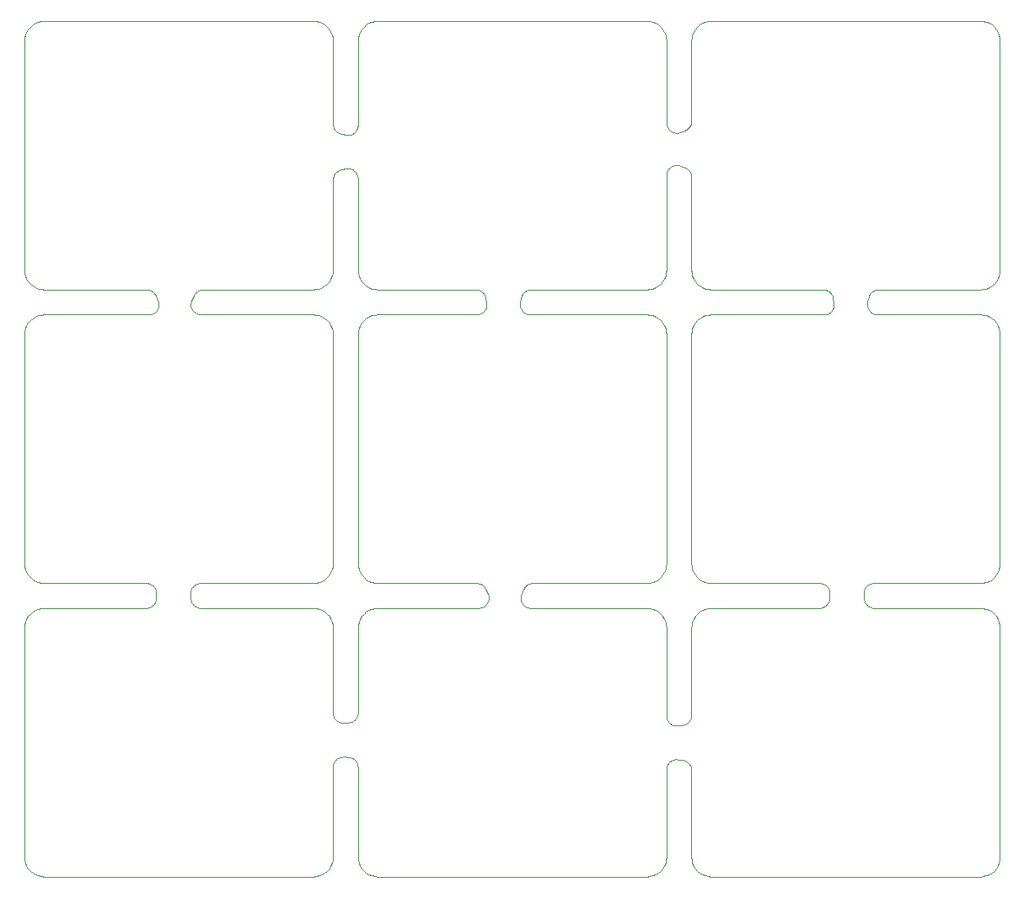
<source format=gko>
%MOIN*%
%OFA0B0*%
%FSLAX44Y44*%
%IPPOS*%
%LPD*%
%ADD10C,0*%
D10*
X00025393Y00009842D02*
X00025393Y00009842D01*
X00025384Y00009965D01*
X00025355Y00010085D01*
X00025307Y00010199D01*
X00025243Y00010305D01*
X00025163Y00010399D01*
X00025069Y00010479D01*
X00024963Y00010544D01*
X00024849Y00010591D01*
X00024729Y00010620D01*
X00024606Y00010629D01*
X00020017Y00010629D01*
X00019978Y00010631D01*
X00019939Y00010637D01*
X00019901Y00010647D01*
X00019864Y00010660D01*
X00019829Y00010677D01*
X00019795Y00010698D01*
X00019764Y00010721D01*
X00019735Y00010748D01*
X00019709Y00010777D01*
X00019686Y00010809D01*
X00019667Y00010843D01*
X00019651Y00010878D01*
X00019638Y00010916D01*
X00019629Y00010954D01*
X00019624Y00010993D01*
X00019623Y00011032D01*
X00019626Y00011071D01*
X00019633Y00011109D01*
X00019643Y00011147D01*
X00019657Y00011184D01*
X00019745Y00011381D01*
X00019755Y00011401D01*
X00019766Y00011421D01*
X00019778Y00011440D01*
X00019791Y00011458D01*
X00019806Y00011476D01*
X00019821Y00011493D01*
X00019837Y00011509D01*
X00019854Y00011524D01*
X00019872Y00011537D01*
X00019891Y00011550D01*
X00019910Y00011562D01*
X00019930Y00011573D01*
X00019950Y00011582D01*
X00019972Y00011590D01*
X00019993Y00011598D01*
X00020015Y00011603D01*
X00020037Y00011608D01*
X00020060Y00011611D01*
X00020082Y00011613D01*
X00020105Y00011614D01*
X00024606Y00011614D01*
X00024729Y00011623D01*
X00024849Y00011652D01*
X00024963Y00011699D01*
X00025069Y00011764D01*
X00025163Y00011844D01*
X00025243Y00011938D01*
X00025307Y00012044D01*
X00025355Y00012158D01*
X00025384Y00012278D01*
X00025393Y00012401D01*
X00025393Y00021456D01*
X00025384Y00021579D01*
X00025355Y00021700D01*
X00025307Y00021814D01*
X00025243Y00021919D01*
X00025163Y00022013D01*
X00025069Y00022093D01*
X00024963Y00022158D01*
X00024849Y00022205D01*
X00024729Y00022234D01*
X00024606Y00022244D01*
X00019995Y00022244D01*
X00019960Y00022245D01*
X00019926Y00022250D01*
X00019893Y00022257D01*
X00019860Y00022267D01*
X00019828Y00022280D01*
X00019798Y00022296D01*
X00019769Y00022315D01*
X00019742Y00022336D01*
X00019716Y00022359D01*
X00019693Y00022384D01*
X00019672Y00022411D01*
X00019654Y00022440D01*
X00019638Y00022471D01*
X00019625Y00022502D01*
X00019614Y00022535D01*
X00019607Y00022569D01*
X00019602Y00022603D01*
X00019601Y00022637D01*
X00019602Y00022671D01*
X00019607Y00022705D01*
X00019641Y00022902D01*
X00019647Y00022929D01*
X00019655Y00022955D01*
X00019664Y00022981D01*
X00019675Y00023006D01*
X00019688Y00023031D01*
X00019703Y00023054D01*
X00019719Y00023076D01*
X00019736Y00023097D01*
X00019755Y00023117D01*
X00019776Y00023136D01*
X00019798Y00023153D01*
X00019820Y00023168D01*
X00019844Y00023182D01*
X00019869Y00023194D01*
X00019894Y00023204D01*
X00019921Y00023213D01*
X00019947Y00023219D01*
X00019974Y00023224D01*
X00020002Y00023227D01*
X00020029Y00023228D01*
X00024606Y00023228D01*
X00024729Y00023238D01*
X00024849Y00023266D01*
X00024963Y00023314D01*
X00025069Y00023378D01*
X00025163Y00023458D01*
X00025243Y00023552D01*
X00025307Y00023658D01*
X00025355Y00023772D01*
X00025384Y00023892D01*
X00025393Y00024015D01*
X00025393Y00027760D01*
X00025395Y00027798D01*
X00025401Y00027836D01*
X00025410Y00027873D01*
X00025423Y00027909D01*
X00025439Y00027943D01*
X00025458Y00027976D01*
X00025481Y00028007D01*
X00025506Y00028036D01*
X00025534Y00028062D01*
X00025565Y00028085D01*
X00025597Y00028105D01*
X00025632Y00028121D01*
X00025667Y00028135D01*
X00025704Y00028145D01*
X00025742Y00028151D01*
X00025780Y00028153D01*
X00025818Y00028152D01*
X00025856Y00028147D01*
X00025893Y00028139D01*
X00025930Y00028127D01*
X00026127Y00028050D01*
X00026148Y00028041D01*
X00026169Y00028030D01*
X00026190Y00028018D01*
X00026210Y00028005D01*
X00026229Y00027991D01*
X00026247Y00027976D01*
X00026264Y00027960D01*
X00026280Y00027943D01*
X00026295Y00027924D01*
X00026309Y00027905D01*
X00026321Y00027885D01*
X00026333Y00027865D01*
X00026343Y00027844D01*
X00026352Y00027822D01*
X00026360Y00027799D01*
X00026366Y00027777D01*
X00026371Y00027753D01*
X00026375Y00027730D01*
X00026377Y00027707D01*
X00026377Y00027683D01*
X00026377Y00024015D01*
X00026377Y00024015D01*
X00026387Y00023892D01*
X00026416Y00023772D01*
X00026463Y00023658D01*
X00026528Y00023552D01*
X00026608Y00023458D01*
X00026702Y00023378D01*
X00026807Y00023314D01*
X00026922Y00023266D01*
X00027042Y00023238D01*
X00027165Y00023228D01*
X00031589Y00023228D01*
X00031616Y00023227D01*
X00031643Y00023224D01*
X00031670Y00023219D01*
X00031697Y00023213D01*
X00031723Y00023204D01*
X00031749Y00023194D01*
X00031774Y00023182D01*
X00031797Y00023168D01*
X00031820Y00023153D01*
X00031842Y00023136D01*
X00031862Y00023117D01*
X00031881Y00023097D01*
X00031899Y00023076D01*
X00031915Y00023054D01*
X00031930Y00023031D01*
X00031943Y00023006D01*
X00031954Y00022981D01*
X00031963Y00022955D01*
X00031971Y00022929D01*
X00031976Y00022902D01*
X00032011Y00022705D01*
X00032015Y00022671D01*
X00032017Y00022637D01*
X00032015Y00022603D01*
X00032011Y00022569D01*
X00032003Y00022535D01*
X00031993Y00022502D01*
X00031980Y00022471D01*
X00031964Y00022440D01*
X00031945Y00022411D01*
X00031924Y00022384D01*
X00031901Y00022359D01*
X00031876Y00022336D01*
X00031849Y00022315D01*
X00031820Y00022296D01*
X00031789Y00022280D01*
X00031758Y00022267D01*
X00031725Y00022257D01*
X00031691Y00022250D01*
X00031657Y00022245D01*
X00031623Y00022244D01*
X00027165Y00022244D01*
X00027042Y00022234D01*
X00026922Y00022205D01*
X00026807Y00022158D01*
X00026702Y00022093D01*
X00026608Y00022013D01*
X00026528Y00021919D01*
X00026463Y00021814D01*
X00026416Y00021700D01*
X00026387Y00021579D01*
X00026377Y00021456D01*
X00026377Y00012401D01*
X00026377Y00012401D01*
X00026387Y00012278D01*
X00026416Y00012158D01*
X00026463Y00012044D01*
X00026528Y00011938D01*
X00026608Y00011844D01*
X00026702Y00011764D01*
X00026807Y00011699D01*
X00026922Y00011652D01*
X00027042Y00011623D01*
X00027165Y00011614D01*
X00031450Y00011614D01*
X00031482Y00011612D01*
X00031514Y00011609D01*
X00031545Y00011602D01*
X00031576Y00011593D01*
X00031606Y00011582D01*
X00031634Y00011568D01*
X00031662Y00011552D01*
X00031688Y00011534D01*
X00031713Y00011513D01*
X00031736Y00011491D01*
X00031757Y00011467D01*
X00031776Y00011441D01*
X00031793Y00011414D01*
X00031807Y00011386D01*
X00031820Y00011357D01*
X00031829Y00011326D01*
X00031837Y00011295D01*
X00031842Y00011264D01*
X00031844Y00011232D01*
X00031844Y00011200D01*
X00031833Y00011003D01*
X00031831Y00010973D01*
X00031826Y00010944D01*
X00031819Y00010915D01*
X00031809Y00010886D01*
X00031798Y00010859D01*
X00031784Y00010832D01*
X00031769Y00010806D01*
X00031751Y00010782D01*
X00031732Y00010759D01*
X00031711Y00010738D01*
X00031689Y00010718D01*
X00031665Y00010700D01*
X00031640Y00010684D01*
X00031614Y00010670D01*
X00031586Y00010657D01*
X00031558Y00010647D01*
X00031529Y00010640D01*
X00031500Y00010634D01*
X00031470Y00010631D01*
X00031440Y00010629D01*
X00027165Y00010629D01*
X00027042Y00010620D01*
X00026922Y00010591D01*
X00026807Y00010544D01*
X00026702Y00010479D01*
X00026608Y00010399D01*
X00026528Y00010305D01*
X00026463Y00010199D01*
X00026416Y00010085D01*
X00026387Y00009965D01*
X00026377Y00009842D01*
X00026377Y00006393D01*
X00026376Y00006365D01*
X00026373Y00006337D01*
X00026368Y00006309D01*
X00026361Y00006281D01*
X00026352Y00006255D01*
X00026342Y00006229D01*
X00026329Y00006204D01*
X00026315Y00006179D01*
X00026299Y00006156D01*
X00026281Y00006134D01*
X00026262Y00006114D01*
X00026241Y00006095D01*
X00026219Y00006077D01*
X00026196Y00006061D01*
X00026171Y00006047D01*
X00026146Y00006034D01*
X00026120Y00006023D01*
X00026093Y00006015D01*
X00026066Y00006008D01*
X00026038Y00006003D01*
X00025841Y00005975D01*
X00025808Y00005972D01*
X00025774Y00005972D01*
X00025741Y00005974D01*
X00025708Y00005980D01*
X00025675Y00005988D01*
X00025643Y00005999D01*
X00025612Y00006012D01*
X00025583Y00006029D01*
X00025555Y00006047D01*
X00025529Y00006068D01*
X00025504Y00006091D01*
X00025482Y00006116D01*
X00025462Y00006143D01*
X00025444Y00006172D01*
X00025429Y00006202D01*
X00025416Y00006233D01*
X00025406Y00006265D01*
X00025399Y00006298D01*
X00025395Y00006332D01*
X00025393Y00006365D01*
X00025393Y00009842D01*
X00012204Y00009842D02*
X00012204Y00009842D01*
X00012195Y00009965D01*
X00012166Y00010085D01*
X00012118Y00010199D01*
X00012054Y00010305D01*
X00011974Y00010399D01*
X00011880Y00010479D01*
X00011774Y00010544D01*
X00011660Y00010591D01*
X00011540Y00010620D01*
X00011417Y00010629D01*
X00006970Y00010629D01*
X00006940Y00010631D01*
X00006911Y00010634D01*
X00006881Y00010640D01*
X00006852Y00010647D01*
X00006824Y00010657D01*
X00006797Y00010670D01*
X00006771Y00010684D01*
X00006745Y00010700D01*
X00006722Y00010718D01*
X00006699Y00010738D01*
X00006678Y00010759D01*
X00006659Y00010782D01*
X00006642Y00010806D01*
X00006626Y00010832D01*
X00006613Y00010859D01*
X00006601Y00010886D01*
X00006592Y00010915D01*
X00006585Y00010944D01*
X00006580Y00010973D01*
X00006577Y00011003D01*
X00006567Y00011200D01*
X00006567Y00011232D01*
X00006569Y00011264D01*
X00006574Y00011295D01*
X00006581Y00011326D01*
X00006591Y00011357D01*
X00006603Y00011386D01*
X00006618Y00011414D01*
X00006635Y00011441D01*
X00006654Y00011467D01*
X00006675Y00011491D01*
X00006698Y00011513D01*
X00006722Y00011534D01*
X00006748Y00011552D01*
X00006776Y00011568D01*
X00006805Y00011582D01*
X00006835Y00011593D01*
X00006865Y00011602D01*
X00006897Y00011609D01*
X00006928Y00011612D01*
X00006960Y00011614D01*
X00011417Y00011614D01*
X00011540Y00011623D01*
X00011660Y00011652D01*
X00011774Y00011699D01*
X00011880Y00011764D01*
X00011974Y00011844D01*
X00012054Y00011938D01*
X00012118Y00012044D01*
X00012166Y00012158D01*
X00012195Y00012278D01*
X00012204Y00012401D01*
X00012204Y00021456D01*
X00012195Y00021579D01*
X00012166Y00021700D01*
X00012118Y00021814D01*
X00012054Y00021919D01*
X00011974Y00022013D01*
X00011880Y00022093D01*
X00011774Y00022158D01*
X00011660Y00022205D01*
X00011540Y00022234D01*
X00011417Y00022244D01*
X00006972Y00022244D01*
X00006933Y00022246D01*
X00006895Y00022251D01*
X00006857Y00022261D01*
X00006821Y00022274D01*
X00006786Y00022291D01*
X00006752Y00022311D01*
X00006721Y00022334D01*
X00006693Y00022360D01*
X00006667Y00022389D01*
X00006644Y00022420D01*
X00006624Y00022453D01*
X00006607Y00022489D01*
X00006595Y00022525D01*
X00006585Y00022563D01*
X00006580Y00022601D01*
X00006578Y00022640D01*
X00006581Y00022679D01*
X00006587Y00022717D01*
X00006596Y00022755D01*
X00006610Y00022791D01*
X00006693Y00022988D01*
X00006703Y00023009D01*
X00006714Y00023029D01*
X00006726Y00023049D01*
X00006739Y00023068D01*
X00006753Y00023086D01*
X00006768Y00023103D01*
X00006784Y00023120D01*
X00006802Y00023135D01*
X00006820Y00023149D01*
X00006838Y00023162D01*
X00006858Y00023175D01*
X00006878Y00023186D01*
X00006899Y00023195D01*
X00006920Y00023204D01*
X00006942Y00023211D01*
X00006964Y00023217D01*
X00006987Y00023222D01*
X00007010Y00023225D01*
X00007033Y00023227D01*
X00007056Y00023228D01*
X00011417Y00023228D01*
X00011540Y00023238D01*
X00011660Y00023266D01*
X00011774Y00023314D01*
X00011880Y00023378D01*
X00011974Y00023458D01*
X00012054Y00023552D01*
X00012118Y00023658D01*
X00012166Y00023772D01*
X00012195Y00023892D01*
X00012204Y00024015D01*
X00012204Y00027593D01*
X00012205Y00027620D01*
X00012208Y00027647D01*
X00012213Y00027674D01*
X00012219Y00027700D01*
X00012227Y00027726D01*
X00012237Y00027751D01*
X00012249Y00027776D01*
X00012263Y00027799D01*
X00012278Y00027822D01*
X00012294Y00027843D01*
X00012312Y00027864D01*
X00012332Y00027883D01*
X00012352Y00027901D01*
X00012374Y00027917D01*
X00012397Y00027931D01*
X00012421Y00027944D01*
X00012445Y00027956D01*
X00012471Y00027965D01*
X00012497Y00027973D01*
X00012523Y00027979D01*
X00012720Y00028017D01*
X00012754Y00028023D01*
X00012789Y00028025D01*
X00012824Y00028024D01*
X00012858Y00028019D01*
X00012892Y00028012D01*
X00012925Y00028002D01*
X00012957Y00027989D01*
X00012988Y00027974D01*
X00013018Y00027955D01*
X00013045Y00027935D01*
X00013071Y00027911D01*
X00013095Y00027886D01*
X00013116Y00027859D01*
X00013135Y00027829D01*
X00013151Y00027799D01*
X00013164Y00027767D01*
X00013175Y00027734D01*
X00013182Y00027700D01*
X00013187Y00027666D01*
X00013188Y00027631D01*
X00013188Y00024015D01*
X00013188Y00024015D01*
X00013198Y00023892D01*
X00013227Y00023772D01*
X00013274Y00023658D01*
X00013339Y00023552D01*
X00013419Y00023458D01*
X00013513Y00023378D01*
X00013618Y00023314D01*
X00013733Y00023266D01*
X00013853Y00023238D01*
X00013976Y00023228D01*
X00017849Y00023228D01*
X00017876Y00023227D01*
X00017904Y00023224D01*
X00017931Y00023219D01*
X00017957Y00023213D01*
X00017984Y00023204D01*
X00018009Y00023194D01*
X00018034Y00023182D01*
X00018058Y00023168D01*
X00018080Y00023153D01*
X00018102Y00023136D01*
X00018122Y00023117D01*
X00018142Y00023097D01*
X00018159Y00023076D01*
X00018175Y00023054D01*
X00018190Y00023031D01*
X00018203Y00023006D01*
X00018214Y00022981D01*
X00018223Y00022955D01*
X00018231Y00022929D01*
X00018237Y00022902D01*
X00018271Y00022705D01*
X00018276Y00022671D01*
X00018277Y00022637D01*
X00018275Y00022603D01*
X00018271Y00022569D01*
X00018264Y00022535D01*
X00018253Y00022502D01*
X00018240Y00022471D01*
X00018224Y00022440D01*
X00018206Y00022411D01*
X00018185Y00022384D01*
X00018162Y00022359D01*
X00018136Y00022336D01*
X00018109Y00022315D01*
X00018080Y00022296D01*
X00018050Y00022280D01*
X00018018Y00022267D01*
X00017985Y00022257D01*
X00017952Y00022250D01*
X00017918Y00022245D01*
X00017883Y00022244D01*
X00013976Y00022244D01*
X00013853Y00022234D01*
X00013733Y00022205D01*
X00013618Y00022158D01*
X00013513Y00022093D01*
X00013419Y00022013D01*
X00013339Y00021919D01*
X00013274Y00021814D01*
X00013227Y00021700D01*
X00013198Y00021579D01*
X00013188Y00021456D01*
X00013188Y00012401D01*
X00013188Y00012401D01*
X00013198Y00012278D01*
X00013227Y00012158D01*
X00013274Y00012044D01*
X00013339Y00011938D01*
X00013419Y00011844D01*
X00013513Y00011764D01*
X00013618Y00011699D01*
X00013733Y00011652D01*
X00013853Y00011623D01*
X00013976Y00011614D01*
X00017880Y00011614D01*
X00017902Y00011613D01*
X00017925Y00011611D01*
X00017947Y00011608D01*
X00017970Y00011603D01*
X00017991Y00011598D01*
X00018013Y00011590D01*
X00018034Y00011582D01*
X00018055Y00011573D01*
X00018075Y00011562D01*
X00018094Y00011550D01*
X00018113Y00011537D01*
X00018130Y00011524D01*
X00018147Y00011509D01*
X00018164Y00011493D01*
X00018179Y00011476D01*
X00018193Y00011458D01*
X00018206Y00011440D01*
X00018218Y00011421D01*
X00018229Y00011401D01*
X00018239Y00011381D01*
X00018327Y00011184D01*
X00018341Y00011147D01*
X00018352Y00011109D01*
X00018358Y00011071D01*
X00018361Y00011032D01*
X00018360Y00010993D01*
X00018355Y00010954D01*
X00018346Y00010916D01*
X00018334Y00010878D01*
X00018318Y00010843D01*
X00018298Y00010809D01*
X00018275Y00010777D01*
X00018249Y00010748D01*
X00018220Y00010721D01*
X00018189Y00010698D01*
X00018156Y00010677D01*
X00018120Y00010660D01*
X00018084Y00010647D01*
X00018046Y00010637D01*
X00018007Y00010631D01*
X00017968Y00010629D01*
X00013976Y00010629D01*
X00013853Y00010620D01*
X00013733Y00010591D01*
X00013618Y00010544D01*
X00013513Y00010479D01*
X00013419Y00010399D01*
X00013339Y00010305D01*
X00013274Y00010199D01*
X00013227Y00010085D01*
X00013198Y00009965D01*
X00013188Y00009842D01*
X00013188Y00006491D01*
X00013187Y00006461D01*
X00013184Y00006432D01*
X00013178Y00006403D01*
X00013171Y00006374D01*
X00013161Y00006346D01*
X00013148Y00006318D01*
X00013134Y00006292D01*
X00013118Y00006267D01*
X00013100Y00006243D01*
X00013081Y00006221D01*
X00013059Y00006200D01*
X00013037Y00006181D01*
X00013012Y00006163D01*
X00012987Y00006148D01*
X00012960Y00006134D01*
X00012933Y00006123D01*
X00012904Y00006113D01*
X00012876Y00006106D01*
X00012846Y00006101D01*
X00012816Y00006098D01*
X00012620Y00006087D01*
X00012588Y00006087D01*
X00012556Y00006089D01*
X00012524Y00006094D01*
X00012493Y00006101D01*
X00012462Y00006111D01*
X00012433Y00006123D01*
X00012404Y00006138D01*
X00012377Y00006154D01*
X00012351Y00006173D01*
X00012327Y00006195D01*
X00012305Y00006217D01*
X00012285Y00006242D01*
X00012266Y00006268D01*
X00012250Y00006296D01*
X00012236Y00006325D01*
X00012225Y00006355D01*
X00012216Y00006385D01*
X00012209Y00006417D01*
X00012206Y00006448D01*
X00012204Y00006480D01*
X00012204Y00009842D01*
X00011417Y00000000D02*
X00011417Y00000000D01*
X00011540Y00000009D01*
X00011660Y00000038D01*
X00011774Y00000085D01*
X00011880Y00000150D01*
X00011974Y00000230D01*
X00012054Y00000324D01*
X00012118Y00000429D01*
X00012166Y00000544D01*
X00012195Y00000664D01*
X00012204Y00000787D01*
X00012204Y00004344D01*
X00012206Y00004376D01*
X00012209Y00004408D01*
X00012216Y00004439D01*
X00012225Y00004470D01*
X00012236Y00004500D01*
X00012250Y00004529D01*
X00012266Y00004556D01*
X00012285Y00004582D01*
X00012305Y00004607D01*
X00012327Y00004630D01*
X00012351Y00004651D01*
X00012377Y00004670D01*
X00012404Y00004687D01*
X00012433Y00004701D01*
X00012462Y00004714D01*
X00012493Y00004723D01*
X00012524Y00004731D01*
X00012556Y00004736D01*
X00012588Y00004738D01*
X00012620Y00004737D01*
X00012816Y00004726D01*
X00012846Y00004724D01*
X00012876Y00004719D01*
X00012904Y00004711D01*
X00012933Y00004702D01*
X00012960Y00004690D01*
X00012987Y00004677D01*
X00013012Y00004661D01*
X00013037Y00004644D01*
X00013059Y00004625D01*
X00013081Y00004604D01*
X00013100Y00004581D01*
X00013118Y00004558D01*
X00013134Y00004532D01*
X00013148Y00004506D01*
X00013161Y00004479D01*
X00013171Y00004451D01*
X00013178Y00004422D01*
X00013184Y00004393D01*
X00013187Y00004363D01*
X00013188Y00004333D01*
X00013188Y00000787D01*
X00013188Y00000787D01*
X00013198Y00000664D01*
X00013227Y00000544D01*
X00013274Y00000429D01*
X00013339Y00000324D01*
X00013419Y00000230D01*
X00013513Y00000150D01*
X00013618Y00000085D01*
X00013733Y00000038D01*
X00013853Y00000009D01*
X00013976Y00000000D01*
X00024606Y00000000D01*
X00024729Y00000009D01*
X00024849Y00000038D01*
X00024963Y00000085D01*
X00025069Y00000150D01*
X00025163Y00000230D01*
X00025243Y00000324D01*
X00025307Y00000429D01*
X00025355Y00000544D01*
X00025384Y00000664D01*
X00025393Y00000787D01*
X00025393Y00004246D01*
X00025395Y00004280D01*
X00025399Y00004313D01*
X00025406Y00004346D01*
X00025416Y00004378D01*
X00025429Y00004410D01*
X00025444Y00004440D01*
X00025462Y00004468D01*
X00025482Y00004495D01*
X00025504Y00004520D01*
X00025529Y00004543D01*
X00025555Y00004564D01*
X00025583Y00004583D01*
X00025612Y00004599D01*
X00025643Y00004613D01*
X00025675Y00004624D01*
X00025708Y00004632D01*
X00025741Y00004637D01*
X00025774Y00004640D01*
X00025808Y00004639D01*
X00025841Y00004636D01*
X00026038Y00004609D01*
X00026066Y00004604D01*
X00026093Y00004597D01*
X00026120Y00004588D01*
X00026146Y00004577D01*
X00026171Y00004565D01*
X00026196Y00004551D01*
X00026219Y00004535D01*
X00026241Y00004517D01*
X00026262Y00004498D01*
X00026281Y00004477D01*
X00026299Y00004455D01*
X00026315Y00004432D01*
X00026329Y00004408D01*
X00026342Y00004383D01*
X00026352Y00004357D01*
X00026361Y00004330D01*
X00026368Y00004303D01*
X00026373Y00004275D01*
X00026376Y00004247D01*
X00026377Y00004219D01*
X00026377Y00000787D01*
X00026377Y00000787D01*
X00026387Y00000664D01*
X00026416Y00000544D01*
X00026463Y00000429D01*
X00026528Y00000324D01*
X00026608Y00000230D01*
X00026702Y00000150D01*
X00026807Y00000085D01*
X00026922Y00000038D01*
X00027042Y00000009D01*
X00027165Y00000000D01*
X00037795Y00000000D01*
X00037918Y00000009D01*
X00038038Y00000038D01*
X00038152Y00000085D01*
X00038258Y00000150D01*
X00038352Y00000230D01*
X00038432Y00000324D01*
X00038496Y00000429D01*
X00038544Y00000544D01*
X00038572Y00000664D01*
X00038582Y00000787D01*
X00038582Y00009842D01*
X00038572Y00009965D01*
X00038544Y00010085D01*
X00038496Y00010199D01*
X00038432Y00010305D01*
X00038352Y00010399D01*
X00038258Y00010479D01*
X00038152Y00010544D01*
X00038038Y00010591D01*
X00037918Y00010620D01*
X00037795Y00010629D01*
X00033598Y00010629D01*
X00033568Y00010631D01*
X00033538Y00010634D01*
X00033509Y00010640D01*
X00033480Y00010647D01*
X00033452Y00010657D01*
X00033424Y00010670D01*
X00033398Y00010684D01*
X00033373Y00010700D01*
X00033349Y00010718D01*
X00033326Y00010738D01*
X00033306Y00010759D01*
X00033286Y00010782D01*
X00033269Y00010806D01*
X00033253Y00010832D01*
X00033240Y00010859D01*
X00033228Y00010886D01*
X00033219Y00010915D01*
X00033212Y00010944D01*
X00033207Y00010973D01*
X00033204Y00011003D01*
X00033194Y00011200D01*
X00033194Y00011232D01*
X00033196Y00011264D01*
X00033201Y00011295D01*
X00033208Y00011326D01*
X00033218Y00011357D01*
X00033231Y00011386D01*
X00033245Y00011414D01*
X00033262Y00011441D01*
X00033281Y00011467D01*
X00033302Y00011491D01*
X00033325Y00011513D01*
X00033350Y00011534D01*
X00033376Y00011552D01*
X00033403Y00011568D01*
X00033432Y00011582D01*
X00033462Y00011593D01*
X00033493Y00011602D01*
X00033524Y00011609D01*
X00033556Y00011612D01*
X00033588Y00011614D01*
X00037795Y00011614D01*
X00037918Y00011623D01*
X00038038Y00011652D01*
X00038152Y00011699D01*
X00038258Y00011764D01*
X00038352Y00011844D01*
X00038432Y00011938D01*
X00038496Y00012044D01*
X00038544Y00012158D01*
X00038572Y00012278D01*
X00038582Y00012401D01*
X00038582Y00021456D01*
X00038572Y00021579D01*
X00038544Y00021700D01*
X00038496Y00021814D01*
X00038432Y00021919D01*
X00038352Y00022013D01*
X00038258Y00022093D01*
X00038152Y00022158D01*
X00038038Y00022205D01*
X00037918Y00022234D01*
X00037795Y00022244D01*
X00033734Y00022244D01*
X00033700Y00022245D01*
X00033666Y00022250D01*
X00033633Y00022257D01*
X00033600Y00022267D01*
X00033568Y00022280D01*
X00033538Y00022296D01*
X00033509Y00022315D01*
X00033481Y00022336D01*
X00033456Y00022359D01*
X00033433Y00022384D01*
X00033412Y00022411D01*
X00033394Y00022440D01*
X00033378Y00022471D01*
X00033364Y00022502D01*
X00033354Y00022535D01*
X00033347Y00022569D01*
X00033342Y00022603D01*
X00033341Y00022637D01*
X00033342Y00022671D01*
X00033347Y00022705D01*
X00033381Y00022902D01*
X00033387Y00022929D01*
X00033394Y00022955D01*
X00033404Y00022981D01*
X00033415Y00023006D01*
X00033428Y00023031D01*
X00033442Y00023054D01*
X00033458Y00023076D01*
X00033476Y00023097D01*
X00033495Y00023117D01*
X00033516Y00023136D01*
X00033537Y00023153D01*
X00033560Y00023168D01*
X00033584Y00023182D01*
X00033609Y00023194D01*
X00033634Y00023204D01*
X00033660Y00023213D01*
X00033687Y00023219D01*
X00033714Y00023224D01*
X00033741Y00023227D01*
X00033769Y00023228D01*
X00037795Y00023228D01*
X00037918Y00023238D01*
X00038038Y00023266D01*
X00038152Y00023314D01*
X00038258Y00023378D01*
X00038352Y00023458D01*
X00038432Y00023552D01*
X00038496Y00023658D01*
X00038544Y00023772D01*
X00038572Y00023892D01*
X00038582Y00024015D01*
X00038582Y00033070D01*
X00038572Y00033194D01*
X00038544Y00033314D01*
X00038496Y00033428D01*
X00038432Y00033533D01*
X00038352Y00033627D01*
X00038258Y00033707D01*
X00038152Y00033772D01*
X00038038Y00033819D01*
X00037918Y00033848D01*
X00037795Y00033858D01*
X00027165Y00033858D01*
X00027042Y00033848D01*
X00026922Y00033819D01*
X00026807Y00033772D01*
X00026702Y00033707D01*
X00026608Y00033627D01*
X00026528Y00033533D01*
X00026463Y00033428D01*
X00026416Y00033314D01*
X00026387Y00033194D01*
X00026377Y00033070D01*
X00026377Y00029899D01*
X00026377Y00029876D01*
X00026375Y00029852D01*
X00026371Y00029829D01*
X00026366Y00029806D01*
X00026360Y00029783D01*
X00026352Y00029761D01*
X00026343Y00029739D01*
X00026333Y00029717D01*
X00026321Y00029697D01*
X00026309Y00029677D01*
X00026295Y00029658D01*
X00026280Y00029640D01*
X00026264Y00029622D01*
X00026247Y00029606D01*
X00026229Y00029591D01*
X00026210Y00029577D01*
X00026190Y00029564D01*
X00026169Y00029552D01*
X00026148Y00029542D01*
X00026127Y00029532D01*
X00025930Y00029456D01*
X00025893Y00029444D01*
X00025856Y00029435D01*
X00025818Y00029430D01*
X00025780Y00029429D01*
X00025742Y00029431D01*
X00025704Y00029438D01*
X00025667Y00029447D01*
X00025632Y00029461D01*
X00025597Y00029478D01*
X00025565Y00029498D01*
X00025534Y00029521D01*
X00025506Y00029547D01*
X00025481Y00029575D01*
X00025458Y00029606D01*
X00025439Y00029639D01*
X00025423Y00029673D01*
X00025410Y00029709D01*
X00025401Y00029747D01*
X00025395Y00029784D01*
X00025393Y00029823D01*
X00025393Y00033070D01*
X00025384Y00033194D01*
X00025355Y00033314D01*
X00025307Y00033428D01*
X00025243Y00033533D01*
X00025163Y00033627D01*
X00025069Y00033707D01*
X00024963Y00033772D01*
X00024849Y00033819D01*
X00024729Y00033848D01*
X00024606Y00033858D01*
X00013976Y00033858D01*
X00013853Y00033848D01*
X00013733Y00033819D01*
X00013618Y00033772D01*
X00013513Y00033707D01*
X00013419Y00033627D01*
X00013339Y00033533D01*
X00013274Y00033428D01*
X00013227Y00033314D01*
X00013198Y00033194D01*
X00013188Y00033070D01*
X00013188Y00029738D01*
X00013187Y00029704D01*
X00013182Y00029669D01*
X00013175Y00029635D01*
X00013164Y00029602D01*
X00013151Y00029570D01*
X00013135Y00029540D01*
X00013116Y00029511D01*
X00013095Y00029483D01*
X00013071Y00029458D01*
X00013045Y00029435D01*
X00013018Y00029414D01*
X00012988Y00029395D01*
X00012957Y00029380D01*
X00012925Y00029367D01*
X00012892Y00029357D01*
X00012858Y00029350D01*
X00012824Y00029346D01*
X00012789Y00029345D01*
X00012754Y00029347D01*
X00012720Y00029352D01*
X00012523Y00029390D01*
X00012497Y00029396D01*
X00012471Y00029404D01*
X00012445Y00029413D01*
X00012421Y00029425D01*
X00012397Y00029438D01*
X00012374Y00029452D01*
X00012352Y00029469D01*
X00012332Y00029486D01*
X00012312Y00029505D01*
X00012294Y00029526D01*
X00012278Y00029547D01*
X00012263Y00029570D01*
X00012249Y00029593D01*
X00012237Y00029618D01*
X00012227Y00029643D01*
X00012219Y00029669D01*
X00012213Y00029695D01*
X00012208Y00029722D01*
X00012205Y00029749D01*
X00012204Y00029776D01*
X00012204Y00033070D01*
X00012195Y00033194D01*
X00012166Y00033314D01*
X00012118Y00033428D01*
X00012054Y00033533D01*
X00011974Y00033627D01*
X00011880Y00033707D01*
X00011774Y00033772D01*
X00011660Y00033819D01*
X00011540Y00033848D01*
X00011417Y00033858D01*
X00000787Y00033858D01*
X00000664Y00033848D01*
X00000544Y00033819D01*
X00000429Y00033772D01*
X00000324Y00033707D01*
X00000230Y00033627D01*
X00000150Y00033533D01*
X00000085Y00033428D01*
X00000038Y00033314D01*
X00000009Y00033194D01*
X00000000Y00033070D01*
X00000000Y00024015D01*
X00000000Y00024015D01*
X00000009Y00023892D01*
X00000038Y00023772D01*
X00000085Y00023658D01*
X00000150Y00023552D01*
X00000230Y00023458D01*
X00000324Y00023378D01*
X00000429Y00023314D01*
X00000544Y00023266D01*
X00000664Y00023238D01*
X00000787Y00023228D01*
X00004834Y00023228D01*
X00004857Y00023227D01*
X00004880Y00023225D01*
X00004903Y00023222D01*
X00004925Y00023217D01*
X00004947Y00023211D01*
X00004969Y00023204D01*
X00004991Y00023195D01*
X00005011Y00023186D01*
X00005032Y00023175D01*
X00005051Y00023162D01*
X00005070Y00023149D01*
X00005088Y00023135D01*
X00005105Y00023120D01*
X00005121Y00023103D01*
X00005137Y00023086D01*
X00005151Y00023068D01*
X00005164Y00023049D01*
X00005176Y00023029D01*
X00005187Y00023009D01*
X00005196Y00022988D01*
X00005280Y00022791D01*
X00005293Y00022755D01*
X00005303Y00022717D01*
X00005309Y00022679D01*
X00005311Y00022640D01*
X00005310Y00022601D01*
X00005304Y00022563D01*
X00005295Y00022525D01*
X00005282Y00022489D01*
X00005266Y00022453D01*
X00005246Y00022420D01*
X00005223Y00022389D01*
X00005197Y00022360D01*
X00005168Y00022334D01*
X00005137Y00022311D01*
X00005104Y00022291D01*
X00005069Y00022274D01*
X00005032Y00022261D01*
X00004995Y00022251D01*
X00004956Y00022246D01*
X00004918Y00022244D01*
X00000787Y00022244D01*
X00000664Y00022234D01*
X00000544Y00022205D01*
X00000429Y00022158D01*
X00000324Y00022093D01*
X00000230Y00022013D01*
X00000150Y00021919D01*
X00000085Y00021814D01*
X00000038Y00021700D01*
X00000009Y00021579D01*
X00000000Y00021456D01*
X00000000Y00012401D01*
X00000000Y00012401D01*
X00000009Y00012278D01*
X00000038Y00012158D01*
X00000085Y00012044D01*
X00000150Y00011938D01*
X00000230Y00011844D01*
X00000324Y00011764D01*
X00000429Y00011699D01*
X00000544Y00011652D01*
X00000664Y00011623D01*
X00000787Y00011614D01*
X00004823Y00011614D01*
X00004855Y00011612D01*
X00004887Y00011609D01*
X00004918Y00011602D01*
X00004948Y00011593D01*
X00004978Y00011582D01*
X00005007Y00011568D01*
X00005035Y00011552D01*
X00005061Y00011534D01*
X00005086Y00011513D01*
X00005108Y00011491D01*
X00005129Y00011467D01*
X00005148Y00011441D01*
X00005165Y00011414D01*
X00005180Y00011386D01*
X00005192Y00011357D01*
X00005202Y00011326D01*
X00005209Y00011295D01*
X00005214Y00011264D01*
X00005217Y00011232D01*
X00005216Y00011200D01*
X00005206Y00011003D01*
X00005203Y00010973D01*
X00005198Y00010944D01*
X00005191Y00010915D01*
X00005182Y00010886D01*
X00005171Y00010859D01*
X00005157Y00010832D01*
X00005142Y00010806D01*
X00005124Y00010782D01*
X00005105Y00010759D01*
X00005084Y00010738D01*
X00005062Y00010718D01*
X00005038Y00010700D01*
X00005013Y00010684D01*
X00004986Y00010670D01*
X00004959Y00010657D01*
X00004931Y00010647D01*
X00004902Y00010640D01*
X00004872Y00010634D01*
X00004843Y00010631D01*
X00004813Y00010629D01*
X00000787Y00010629D01*
X00000664Y00010620D01*
X00000544Y00010591D01*
X00000429Y00010544D01*
X00000324Y00010479D01*
X00000230Y00010399D01*
X00000150Y00010305D01*
X00000085Y00010199D01*
X00000038Y00010085D01*
X00000009Y00009965D01*
X00000000Y00009842D01*
X00000000Y00000787D01*
X00000000Y00000787D01*
X00000009Y00000664D01*
X00000038Y00000544D01*
X00000085Y00000429D01*
X00000150Y00000324D01*
X00000230Y00000230D01*
X00000324Y00000150D01*
X00000429Y00000085D01*
X00000544Y00000038D01*
X00000664Y00000009D01*
X00000787Y00000000D01*
X00011417Y00000000D01*
M02*
</source>
